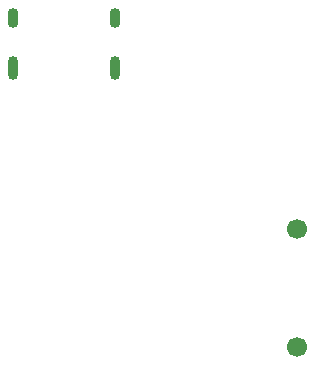
<source format=gbr>
%TF.GenerationSoftware,KiCad,Pcbnew,9.0.2*%
%TF.CreationDate,2025-06-25T18:48:56+05:30*%
%TF.ProjectId,DevBoard_F1C100s,44657642-6f61-4726-945f-463143313030,rev?*%
%TF.SameCoordinates,Original*%
%TF.FileFunction,Soldermask,Bot*%
%TF.FilePolarity,Negative*%
%FSLAX46Y46*%
G04 Gerber Fmt 4.6, Leading zero omitted, Abs format (unit mm)*
G04 Created by KiCad (PCBNEW 9.0.2) date 2025-06-25 18:48:56*
%MOMM*%
%LPD*%
G01*
G04 APERTURE LIST*
%ADD10O,0.900000X2.000000*%
%ADD11O,0.900000X1.700000*%
%ADD12C,1.700000*%
G04 APERTURE END LIST*
D10*
%TO.C,J101*%
X173507500Y-103430000D03*
D11*
X173507500Y-99260000D03*
D10*
X164867500Y-103430000D03*
D11*
X164867500Y-99260000D03*
%TD*%
D12*
%TO.C,J107*%
X188950000Y-117100000D03*
X188950000Y-127100000D03*
%TD*%
M02*

</source>
